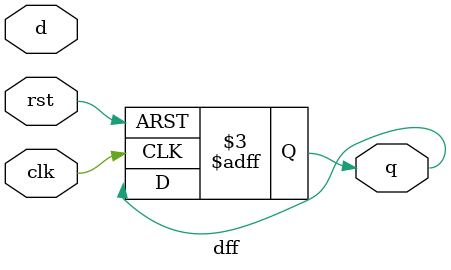
<source format=v>
module dff(
  input d,
  input clk,
  input rst,
  output reg q
  );
  initial begin
      q<=1'b1;
  end
  always@(posedge clk or posedge rst) begin
   
    if(rst)begin 
      q <=1'b1;
     end 
    else begin
      q<=q;
    end
 
    
  /*  else begin
      case({d})
       1'b0:q<=d;
       endcase
  end*/
    
  end
endmodule

</source>
